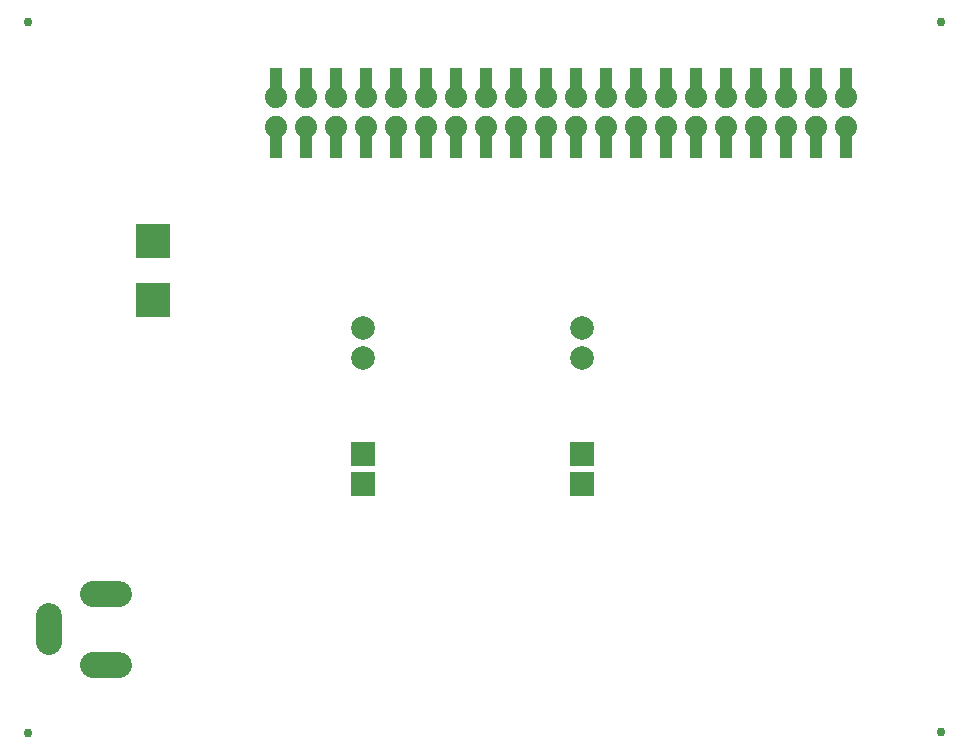
<source format=gbr>
G04 EAGLE Gerber RS-274X export*
G75*
%MOMM*%
%FSLAX34Y34*%
%LPD*%
%AMOC8*
5,1,8,0,0,1.08239X$1,22.5*%
G01*
%ADD10C,2.184400*%
%ADD11R,1.020000X1.870000*%
%ADD12C,1.879600*%
%ADD13C,2.000000*%
%ADD14R,2.000000X2.000000*%
%ADD15C,0.756400*%
%ADD16R,3.000000X3.000000*%


D10*
X22121Y80352D02*
X22121Y102196D01*
X59199Y61274D02*
X81043Y61274D01*
X81043Y121274D02*
X59199Y121274D01*
D11*
X213855Y499893D03*
X213855Y557469D03*
X239255Y499893D03*
X239255Y557469D03*
X264655Y499893D03*
X264655Y557469D03*
X290055Y499893D03*
X290055Y557469D03*
X315455Y499893D03*
X315455Y557469D03*
X340855Y499893D03*
X340855Y557469D03*
X366255Y499893D03*
X366255Y557469D03*
X391655Y499893D03*
X391655Y557469D03*
X417055Y499893D03*
X417055Y557469D03*
X442455Y499893D03*
X442455Y557469D03*
X467855Y499893D03*
X467855Y557469D03*
X493255Y499893D03*
X493255Y557469D03*
X518655Y499893D03*
X518655Y557469D03*
X544055Y499893D03*
X544055Y557469D03*
X569455Y499893D03*
X569455Y557469D03*
X594855Y499893D03*
X594855Y557469D03*
X620255Y499893D03*
X620255Y557469D03*
X645655Y499893D03*
X645655Y557469D03*
X671055Y499893D03*
X671055Y557469D03*
X696455Y499893D03*
X696455Y557469D03*
D12*
X213940Y516369D03*
X239340Y516369D03*
X264740Y516369D03*
X290140Y516369D03*
X315540Y516369D03*
X340940Y516369D03*
X366340Y516369D03*
X391740Y516369D03*
X417140Y516369D03*
X442540Y516369D03*
X467940Y516369D03*
X493340Y516369D03*
X518740Y516369D03*
X518740Y541769D03*
X493340Y541769D03*
X467940Y541769D03*
X442540Y541769D03*
X417140Y541769D03*
X391740Y541769D03*
X366340Y541769D03*
X340940Y541769D03*
X315540Y541769D03*
X290140Y541769D03*
X264740Y541769D03*
X239340Y541769D03*
X213940Y541769D03*
X544140Y516369D03*
X544140Y541769D03*
X569540Y516369D03*
X569540Y541769D03*
X594940Y516369D03*
X594940Y541769D03*
X620340Y516369D03*
X620340Y541769D03*
X645740Y516369D03*
X645740Y541769D03*
X671140Y516369D03*
X671140Y541769D03*
X696540Y516369D03*
X696540Y541769D03*
D13*
X472710Y346040D03*
D14*
X472710Y213960D03*
D13*
X287290Y346040D03*
X472710Y320640D03*
X287290Y320640D03*
D14*
X472710Y239360D03*
X287290Y213960D03*
X287290Y239360D03*
D15*
X3518Y605239D03*
X776655Y3843D03*
X776651Y605452D03*
X3729Y3769D03*
D16*
X110000Y420000D03*
X110000Y370000D03*
M02*

</source>
